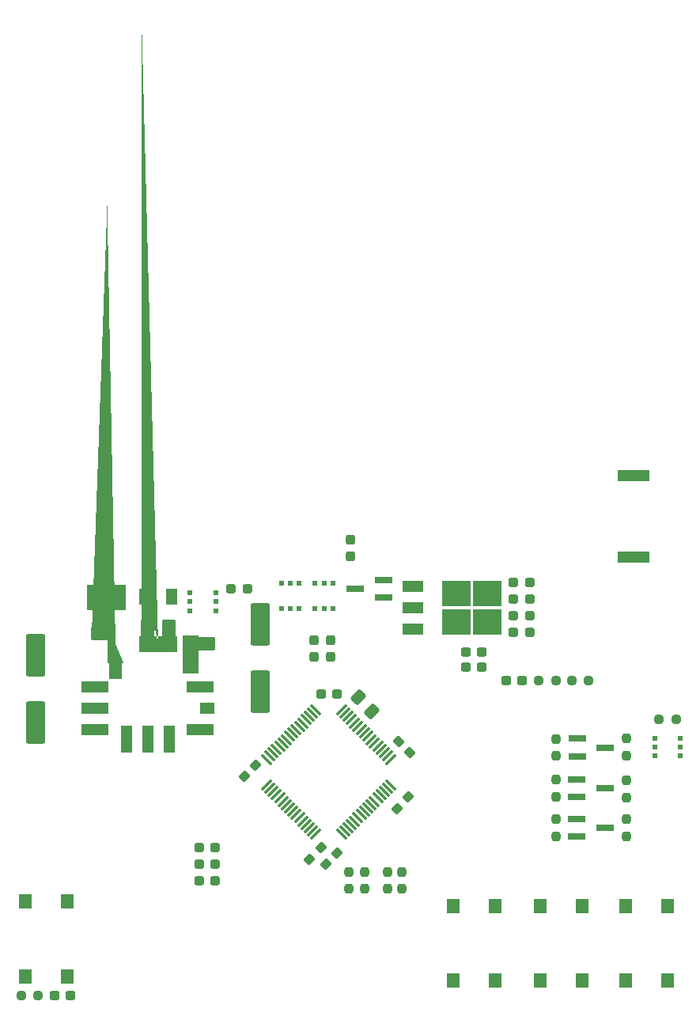
<source format=gtp>
%TF.GenerationSoftware,KiCad,Pcbnew,(6.0.11)*%
%TF.CreationDate,2023-06-24T18:02:59+09:00*%
%TF.ProjectId,main,6d61696e-2e6b-4696-9361-645f70636258,rev?*%
%TF.SameCoordinates,Original*%
%TF.FileFunction,Paste,Top*%
%TF.FilePolarity,Positive*%
%FSLAX46Y46*%
G04 Gerber Fmt 4.6, Leading zero omitted, Abs format (unit mm)*
G04 Created by KiCad (PCBNEW (6.0.11)) date 2023-06-24 18:02:59*
%MOMM*%
%LPD*%
G01*
G04 APERTURE LIST*
G04 Aperture macros list*
%AMRoundRect*
0 Rectangle with rounded corners*
0 $1 Rounding radius*
0 $2 $3 $4 $5 $6 $7 $8 $9 X,Y pos of 4 corners*
0 Add a 4 corners polygon primitive as box body*
4,1,4,$2,$3,$4,$5,$6,$7,$8,$9,$2,$3,0*
0 Add four circle primitives for the rounded corners*
1,1,$1+$1,$2,$3*
1,1,$1+$1,$4,$5*
1,1,$1+$1,$6,$7*
1,1,$1+$1,$8,$9*
0 Add four rect primitives between the rounded corners*
20,1,$1+$1,$2,$3,$4,$5,0*
20,1,$1+$1,$4,$5,$6,$7,0*
20,1,$1+$1,$6,$7,$8,$9,0*
20,1,$1+$1,$8,$9,$2,$3,0*%
%AMFreePoly0*
4,1,53,0.885000,-2.035000,0.700000,-2.035000,0.700000,-3.665000,0.695106,-3.680063,0.695106,-3.695902,0.685796,-3.708716,0.680902,-3.723779,0.668089,-3.733089,0.658779,-3.745902,0.643716,-3.750796,0.630902,-3.760106,0.615063,-3.760106,0.600000,-3.765000,-0.600000,-3.765000,-0.615063,-3.760106,-0.630902,-3.760106,-0.643716,-3.750796,-0.658779,-3.745902,-0.668089,-3.733089,-0.680902,-3.723779,
-0.685796,-3.708716,-0.695106,-3.695902,-0.695106,-3.680063,-0.700000,-3.665000,-0.700000,-2.035000,-0.885000,-2.035000,-0.885000,0.450000,-2.515000,0.450000,-2.530063,0.454894,-2.545902,0.454894,-2.558716,0.464204,-2.573779,0.469098,-2.583089,0.481911,-2.595902,0.491221,-2.600796,0.506284,-2.610106,0.519098,-2.610106,0.534937,-2.615000,0.550000,-2.615000,1.750000,-2.610106,1.765063,
-2.610106,1.780902,-2.600796,1.793716,-2.595902,1.808779,-2.583089,1.818089,-2.573779,1.830902,-2.558716,1.835796,-2.545902,1.845106,-2.530063,1.845106,-2.515000,1.850000,-0.885000,1.850000,-0.885000,2.035000,0.885000,2.035000,0.885000,-2.035000,0.885000,-2.035000,$1*%
%AMFreePoly1*
4,1,53,-0.534937,2.610106,-0.519098,2.610106,-0.506284,2.600796,-0.491221,2.595902,-0.481911,2.583089,-0.469098,2.573779,-0.464204,2.558716,-0.454894,2.545902,-0.454894,2.530063,-0.450000,2.515000,-0.450000,0.885000,0.450000,0.885000,0.450000,2.515000,0.454894,2.530063,0.454894,2.545902,0.464204,2.558716,0.469098,2.573779,0.481911,2.583089,0.491221,2.595902,0.506284,2.600796,
0.519098,2.610106,0.534937,2.610106,0.550000,2.615000,1.750000,2.615000,1.765063,2.610106,1.780902,2.610106,1.793716,2.600796,1.808779,2.595902,1.818089,2.583089,1.830902,2.573779,1.835796,2.558716,1.845106,2.545902,1.845106,2.530063,1.850000,2.515000,1.850000,0.885000,2.035000,0.885000,2.035000,-0.885000,-2.035000,-0.885000,-2.035000,0.885000,-1.850000,0.885000,
-1.850000,2.515000,-1.845106,2.530063,-1.845106,2.545902,-1.835796,2.558716,-1.830902,2.573779,-1.818089,2.583089,-1.808779,2.595902,-1.793716,2.600796,-1.780902,2.610106,-1.765063,2.610106,-1.750000,2.615000,-0.550000,2.615000,-0.534937,2.610106,-0.534937,2.610106,$1*%
%AMFreePoly2*
4,1,29,0.885000,1.850000,2.515000,1.850000,2.530063,1.845106,2.545902,1.845106,2.558716,1.835796,2.573779,1.830902,2.583089,1.818089,2.595902,1.808779,2.600796,1.793716,2.610106,1.780902,2.610106,1.765063,2.615000,1.750000,2.615000,0.550000,2.610106,0.534937,2.610106,0.519098,2.600796,0.506284,2.595902,0.491221,2.583089,0.481911,2.573779,0.469098,2.558716,0.464204,
2.545902,0.454894,2.530063,0.454894,2.515000,0.450000,0.885000,0.450000,0.885000,-2.035000,-0.885000,-2.035000,-0.885000,2.035000,0.885000,2.035000,0.885000,1.850000,0.885000,1.850000,$1*%
G04 Aperture macros list end*
%ADD10RoundRect,0.250000X0.574524X0.097227X0.097227X0.574524X-0.574524X-0.097227X-0.097227X-0.574524X0*%
%ADD11RoundRect,0.237500X-0.044194X-0.380070X0.380070X0.044194X0.044194X0.380070X-0.380070X-0.044194X0*%
%ADD12R,3.050000X2.750000*%
%ADD13R,2.200000X1.200000*%
%ADD14RoundRect,0.237500X0.237500X-0.250000X0.237500X0.250000X-0.237500X0.250000X-0.237500X-0.250000X0*%
%ADD15R,3.400000X1.300000*%
%ADD16RoundRect,0.237500X0.300000X0.237500X-0.300000X0.237500X-0.300000X-0.237500X0.300000X-0.237500X0*%
%ADD17R,0.575000X0.620000*%
%ADD18RoundRect,0.250001X-0.799999X1.999999X-0.799999X-1.999999X0.799999X-1.999999X0.799999X1.999999X0*%
%ADD19R,0.620000X0.575000*%
%ADD20RoundRect,0.237500X-0.237500X0.250000X-0.237500X-0.250000X0.237500X-0.250000X0.237500X0.250000X0*%
%ADD21RoundRect,0.237500X0.380070X-0.044194X-0.044194X0.380070X-0.380070X0.044194X0.044194X-0.380070X0*%
%ADD22R,1.250000X1.820000*%
%ADD23RoundRect,0.237500X-0.287500X-0.237500X0.287500X-0.237500X0.287500X0.237500X-0.287500X0.237500X0*%
%ADD24R,1.900000X0.800000*%
%ADD25RoundRect,0.237500X0.044194X0.380070X-0.380070X-0.044194X-0.044194X-0.380070X0.380070X0.044194X0*%
%ADD26R,3.000000X1.200000*%
%ADD27FreePoly0,270.000000*%
%ADD28FreePoly1,0.000000*%
%ADD29FreePoly2,0.000000*%
%ADD30R,1.200000X3.000000*%
%ADD31R,1.500000X1.200000*%
%ADD32RoundRect,0.237500X-0.237500X0.300000X-0.237500X-0.300000X0.237500X-0.300000X0.237500X0.300000X0*%
%ADD33RoundRect,0.237500X-0.250000X-0.237500X0.250000X-0.237500X0.250000X0.237500X-0.250000X0.237500X0*%
%ADD34RoundRect,0.237500X0.287500X0.237500X-0.287500X0.237500X-0.287500X-0.237500X0.287500X-0.237500X0*%
%ADD35RoundRect,0.237500X-0.300000X-0.237500X0.300000X-0.237500X0.300000X0.237500X-0.300000X0.237500X0*%
%ADD36R,1.400000X1.600000*%
%ADD37R,1.530000X2.720000*%
%ADD38RoundRect,0.075000X0.548008X-0.441942X-0.441942X0.548008X-0.548008X0.441942X0.441942X-0.548008X0*%
%ADD39RoundRect,0.075000X0.548008X0.441942X0.441942X0.548008X-0.548008X-0.441942X-0.441942X-0.548008X0*%
%ADD40RoundRect,0.237500X0.237500X-0.300000X0.237500X0.300000X-0.237500X0.300000X-0.237500X-0.300000X0*%
%ADD41RoundRect,0.237500X0.250000X0.237500X-0.250000X0.237500X-0.250000X-0.237500X0.250000X-0.237500X0*%
G04 APERTURE END LIST*
D10*
%TO.C,C54*%
X134037223Y-89701623D03*
X132569977Y-88234377D03*
%TD*%
D11*
%TO.C,C44*%
X120361320Y-96711480D03*
X121581080Y-95491720D03*
%TD*%
D12*
%TO.C,U16*%
X143025000Y-77130600D03*
X146375000Y-77130600D03*
X146375000Y-80180600D03*
X143025000Y-80180600D03*
D13*
X138400000Y-76375600D03*
X138400000Y-78655600D03*
X138400000Y-80935600D03*
%TD*%
D14*
%TO.C,R54*%
X161271200Y-94464100D03*
X161271200Y-92639100D03*
%TD*%
D15*
%TO.C,LS1*%
X162005600Y-73201200D03*
X162005600Y-64501200D03*
%TD*%
D16*
%TO.C,C26*%
X150117300Y-86478800D03*
X148392300Y-86478800D03*
%TD*%
D17*
%TO.C,U17*%
X167051200Y-94501600D03*
X167051200Y-93551600D03*
X167051200Y-92601600D03*
X164275200Y-92601600D03*
X164275200Y-93551600D03*
X164275200Y-94501600D03*
%TD*%
D18*
%TO.C,C32*%
X122076800Y-80389600D03*
X122076800Y-87589600D03*
%TD*%
D16*
%TO.C,C37*%
X145783700Y-85001600D03*
X144058700Y-85001600D03*
%TD*%
D19*
%TO.C,U8*%
X127934000Y-78773600D03*
X128884000Y-78773600D03*
X129834000Y-78773600D03*
X129834000Y-75997600D03*
X128884000Y-75997600D03*
X127934000Y-75997600D03*
%TD*%
D20*
%TO.C,R60*%
X135691200Y-106902300D03*
X135691200Y-108727300D03*
%TD*%
D21*
%TO.C,C46*%
X138084110Y-94148203D03*
X136864350Y-92928443D03*
%TD*%
D22*
%TO.C,C27*%
X109742600Y-77461800D03*
X112602600Y-77461800D03*
%TD*%
D14*
%TO.C,R51*%
X153771200Y-94514100D03*
X153771200Y-92689100D03*
%TD*%
D23*
%TO.C,D3*%
X118966600Y-76598200D03*
X120716600Y-76598200D03*
%TD*%
D24*
%TO.C,Q8*%
X155971200Y-101251600D03*
X155971200Y-103151600D03*
X158971200Y-102201600D03*
%TD*%
D25*
%TO.C,C47*%
X137901280Y-98899120D03*
X136681520Y-100118880D03*
%TD*%
D17*
%TO.C,U14*%
X114512000Y-77050000D03*
X114512000Y-78000000D03*
X114512000Y-78950000D03*
X117288000Y-78950000D03*
X117288000Y-78000000D03*
X117288000Y-77050000D03*
%TD*%
D26*
%TO.C,MD1*%
X104406900Y-87113000D03*
D27*
X106571900Y-82528000D03*
D28*
X111151900Y-82528000D03*
D29*
X114591900Y-83678000D03*
D26*
X115606900Y-87113000D03*
X115606900Y-91693000D03*
D30*
X110006900Y-92713000D03*
X107716900Y-92713000D03*
D26*
X104406900Y-91693000D03*
X104406900Y-89403000D03*
D31*
X116356900Y-89403000D03*
D30*
X112296900Y-92713000D03*
%TD*%
D32*
%TO.C,C34*%
X129595200Y-82136500D03*
X129595200Y-83861500D03*
%TD*%
D33*
%TO.C,R57*%
X96481100Y-120101600D03*
X98306100Y-120101600D03*
%TD*%
D14*
%TO.C,R56*%
X161271200Y-103114100D03*
X161271200Y-101289100D03*
%TD*%
%TO.C,R53*%
X153771200Y-103114100D03*
X153771200Y-101289100D03*
%TD*%
D23*
%TO.C,D7*%
X149192600Y-81246400D03*
X150942600Y-81246400D03*
%TD*%
D34*
%TO.C,D9*%
X117262200Y-104309600D03*
X115512200Y-104309600D03*
%TD*%
D35*
%TO.C,C49*%
X100036300Y-120101600D03*
X101761300Y-120101600D03*
%TD*%
D24*
%TO.C,Q5*%
X135260800Y-77548200D03*
X135260800Y-75648200D03*
X132260800Y-76598200D03*
%TD*%
D25*
%TO.C,C55*%
X130281080Y-104891720D03*
X129061320Y-106111480D03*
%TD*%
D11*
%TO.C,C48*%
X127334320Y-105554480D03*
X128554080Y-104334720D03*
%TD*%
D36*
%TO.C,SW4*%
X151998000Y-110558000D03*
X151998000Y-118558000D03*
X156498000Y-118558000D03*
X156498000Y-110558000D03*
%TD*%
D24*
%TO.C,Q6*%
X156021200Y-92651600D03*
X156021200Y-94551600D03*
X159021200Y-93601600D03*
%TD*%
D33*
%TO.C,R18*%
X155403500Y-86428000D03*
X157228500Y-86428000D03*
%TD*%
D37*
%TO.C,C7*%
X104251200Y-77563400D03*
X106933200Y-77563400D03*
%TD*%
D36*
%TO.C,SW3*%
X142737600Y-110571200D03*
X142737600Y-118571200D03*
X147237600Y-110571200D03*
X147237600Y-118571200D03*
%TD*%
D34*
%TO.C,D10*%
X117262200Y-106087600D03*
X115512200Y-106087600D03*
%TD*%
D14*
%TO.C,R55*%
X161271200Y-98964100D03*
X161271200Y-97139100D03*
%TD*%
D18*
%TO.C,C5*%
X97997600Y-83767800D03*
X97997600Y-90967800D03*
%TD*%
D20*
%TO.C,R61*%
X137215200Y-106902300D03*
X137215200Y-108727300D03*
%TD*%
D32*
%TO.C,C25*%
X131728800Y-71392300D03*
X131728800Y-73117300D03*
%TD*%
D20*
%TO.C,R63*%
X133278200Y-106902300D03*
X133278200Y-108727300D03*
%TD*%
D35*
%TO.C,C45*%
X128580300Y-87875800D03*
X130305300Y-87875800D03*
%TD*%
D38*
%TO.C,U18*%
X130753181Y-102896881D03*
X131106734Y-102543328D03*
X131460287Y-102189775D03*
X131813841Y-101836221D03*
X132167394Y-101482668D03*
X132520948Y-101129114D03*
X132874501Y-100775561D03*
X133228054Y-100422008D03*
X133581608Y-100068454D03*
X133935161Y-99714901D03*
X134288714Y-99361348D03*
X134642268Y-99007794D03*
X134995821Y-98654241D03*
X135349375Y-98300687D03*
X135702928Y-97947134D03*
X136056481Y-97593581D03*
D39*
X136056481Y-94871219D03*
X135702928Y-94517666D03*
X135349375Y-94164113D03*
X134995821Y-93810559D03*
X134642268Y-93457006D03*
X134288714Y-93103452D03*
X133935161Y-92749899D03*
X133581608Y-92396346D03*
X133228054Y-92042792D03*
X132874501Y-91689239D03*
X132520948Y-91335686D03*
X132167394Y-90982132D03*
X131813841Y-90628579D03*
X131460287Y-90275025D03*
X131106734Y-89921472D03*
X130753181Y-89567919D03*
D38*
X128030819Y-89567919D03*
X127677266Y-89921472D03*
X127323713Y-90275025D03*
X126970159Y-90628579D03*
X126616606Y-90982132D03*
X126263052Y-91335686D03*
X125909499Y-91689239D03*
X125555946Y-92042792D03*
X125202392Y-92396346D03*
X124848839Y-92749899D03*
X124495286Y-93103452D03*
X124141732Y-93457006D03*
X123788179Y-93810559D03*
X123434625Y-94164113D03*
X123081072Y-94517666D03*
X122727519Y-94871219D03*
D39*
X122727519Y-97593581D03*
X123081072Y-97947134D03*
X123434625Y-98300687D03*
X123788179Y-98654241D03*
X124141732Y-99007794D03*
X124495286Y-99361348D03*
X124848839Y-99714901D03*
X125202392Y-100068454D03*
X125555946Y-100422008D03*
X125909499Y-100775561D03*
X126263052Y-101129114D03*
X126616606Y-101482668D03*
X126970159Y-101836221D03*
X127323713Y-102189775D03*
X127677266Y-102543328D03*
X128030819Y-102896881D03*
%TD*%
D23*
%TO.C,D1*%
X149192600Y-75912400D03*
X150942600Y-75912400D03*
%TD*%
D40*
%TO.C,C33*%
X127817200Y-83861500D03*
X127817200Y-82136500D03*
%TD*%
D19*
%TO.C,U15*%
X126227200Y-75997600D03*
X125277200Y-75997600D03*
X124327200Y-75997600D03*
X124327200Y-78773600D03*
X125277200Y-78773600D03*
X126227200Y-78773600D03*
%TD*%
D41*
%TO.C,R50*%
X166575700Y-90593600D03*
X164750700Y-90593600D03*
%TD*%
D35*
%TO.C,C35*%
X144071200Y-83401600D03*
X145796200Y-83401600D03*
%TD*%
D36*
%TO.C,SW6*%
X161192800Y-110571200D03*
X161192800Y-118571200D03*
X165692800Y-118571200D03*
X165692800Y-110571200D03*
%TD*%
D34*
%TO.C,D11*%
X117262200Y-107865600D03*
X115512200Y-107865600D03*
%TD*%
D23*
%TO.C,D5*%
X149192600Y-77690400D03*
X150942600Y-77690400D03*
%TD*%
D33*
%TO.C,R20*%
X151898300Y-86478800D03*
X153723300Y-86478800D03*
%TD*%
D20*
%TO.C,R62*%
X131576400Y-106902300D03*
X131576400Y-108727300D03*
%TD*%
D23*
%TO.C,D6*%
X149178600Y-79468400D03*
X150928600Y-79468400D03*
%TD*%
D14*
%TO.C,R52*%
X153771200Y-98864100D03*
X153771200Y-97039100D03*
%TD*%
D36*
%TO.C,SW10*%
X96894400Y-110099400D03*
X96894400Y-118099400D03*
X101394400Y-118099400D03*
X101394400Y-110099400D03*
%TD*%
D24*
%TO.C,Q7*%
X155971200Y-97001600D03*
X155971200Y-98901600D03*
X158971200Y-97951600D03*
%TD*%
M02*

</source>
